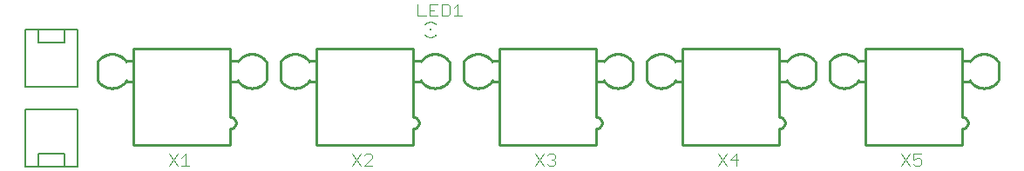
<source format=gto>
G75*
%MOIN*%
%OFA0B0*%
%FSLAX25Y25*%
%IPPOS*%
%LPD*%
%AMOC8*
5,1,8,0,0,1.08239X$1,22.5*
%
%ADD10C,0.00400*%
%ADD11R,0.00787X0.00787*%
%ADD12R,0.00591X0.00984*%
%ADD13C,0.00500*%
%ADD14C,0.01000*%
D10*
X0066456Y0036633D02*
X0069525Y0041237D01*
X0071060Y0039702D02*
X0072594Y0041237D01*
X0072594Y0036633D01*
X0071060Y0036633D02*
X0074129Y0036633D01*
X0069525Y0036633D02*
X0066456Y0041237D01*
X0136456Y0041237D02*
X0139525Y0036633D01*
X0141060Y0036633D02*
X0144129Y0039702D01*
X0144129Y0040470D01*
X0143362Y0041237D01*
X0141827Y0041237D01*
X0141060Y0040470D01*
X0139525Y0041237D02*
X0136456Y0036633D01*
X0141060Y0036633D02*
X0144129Y0036633D01*
X0206456Y0036633D02*
X0209525Y0041237D01*
X0211060Y0040470D02*
X0211827Y0041237D01*
X0213362Y0041237D01*
X0214129Y0040470D01*
X0214129Y0039702D01*
X0213362Y0038935D01*
X0214129Y0038168D01*
X0214129Y0037400D01*
X0213362Y0036633D01*
X0211827Y0036633D01*
X0211060Y0037400D01*
X0209525Y0036633D02*
X0206456Y0041237D01*
X0212594Y0038935D02*
X0213362Y0038935D01*
X0276456Y0036633D02*
X0279525Y0041237D01*
X0281060Y0038935D02*
X0283362Y0041237D01*
X0283362Y0036633D01*
X0279525Y0036633D02*
X0276456Y0041237D01*
X0281060Y0038935D02*
X0284129Y0038935D01*
X0346456Y0036633D02*
X0349525Y0041237D01*
X0351060Y0041237D02*
X0351060Y0038935D01*
X0352594Y0039702D01*
X0353362Y0039702D01*
X0354129Y0038935D01*
X0354129Y0037400D01*
X0353362Y0036633D01*
X0351827Y0036633D01*
X0351060Y0037400D01*
X0349525Y0036633D02*
X0346456Y0041237D01*
X0351060Y0041237D02*
X0354129Y0041237D01*
X0168421Y0090901D02*
X0168348Y0090978D01*
X0168273Y0091053D01*
X0168195Y0091124D01*
X0168114Y0091193D01*
X0168031Y0091259D01*
X0167946Y0091322D01*
X0167858Y0091381D01*
X0167769Y0091438D01*
X0167677Y0091491D01*
X0167583Y0091541D01*
X0167488Y0091587D01*
X0167391Y0091630D01*
X0167293Y0091669D01*
X0167193Y0091705D01*
X0167092Y0091737D01*
X0166990Y0091765D01*
X0166887Y0091790D01*
X0166783Y0091811D01*
X0166678Y0091828D01*
X0166573Y0091842D01*
X0166468Y0091851D01*
X0166362Y0091857D01*
X0166256Y0091859D01*
X0166150Y0091857D01*
X0166044Y0091851D01*
X0165939Y0091842D01*
X0165834Y0091828D01*
X0165729Y0091811D01*
X0165625Y0091790D01*
X0165522Y0091765D01*
X0165420Y0091737D01*
X0165319Y0091705D01*
X0165219Y0091669D01*
X0165121Y0091630D01*
X0165024Y0091587D01*
X0164929Y0091541D01*
X0164835Y0091491D01*
X0164743Y0091438D01*
X0164654Y0091381D01*
X0164566Y0091322D01*
X0164481Y0091259D01*
X0164398Y0091193D01*
X0164317Y0091124D01*
X0164239Y0091053D01*
X0164164Y0090978D01*
X0164091Y0090901D01*
X0164091Y0086965D02*
X0164164Y0086888D01*
X0164239Y0086813D01*
X0164317Y0086742D01*
X0164398Y0086673D01*
X0164481Y0086607D01*
X0164566Y0086544D01*
X0164654Y0086485D01*
X0164743Y0086428D01*
X0164835Y0086375D01*
X0164929Y0086325D01*
X0165024Y0086279D01*
X0165121Y0086236D01*
X0165219Y0086197D01*
X0165319Y0086161D01*
X0165420Y0086129D01*
X0165522Y0086101D01*
X0165625Y0086076D01*
X0165729Y0086055D01*
X0165834Y0086038D01*
X0165939Y0086024D01*
X0166044Y0086015D01*
X0166150Y0086009D01*
X0166256Y0086007D01*
X0166362Y0086009D01*
X0166468Y0086015D01*
X0166573Y0086024D01*
X0166678Y0086038D01*
X0166783Y0086055D01*
X0166887Y0086076D01*
X0166990Y0086101D01*
X0167092Y0086129D01*
X0167193Y0086161D01*
X0167293Y0086197D01*
X0167391Y0086236D01*
X0167488Y0086279D01*
X0167583Y0086325D01*
X0167677Y0086375D01*
X0167769Y0086428D01*
X0167858Y0086485D01*
X0167946Y0086544D01*
X0168031Y0086607D01*
X0168114Y0086673D01*
X0168195Y0086742D01*
X0168273Y0086813D01*
X0168348Y0086888D01*
X0168421Y0086965D01*
X0169129Y0094133D02*
X0166060Y0094133D01*
X0166060Y0098737D01*
X0169129Y0098737D01*
X0170664Y0098737D02*
X0172966Y0098737D01*
X0173733Y0097970D01*
X0173733Y0094900D01*
X0172966Y0094133D01*
X0170664Y0094133D01*
X0170664Y0098737D01*
X0175268Y0097202D02*
X0176802Y0098737D01*
X0176802Y0094133D01*
X0175268Y0094133D02*
X0178337Y0094133D01*
X0167594Y0096435D02*
X0166060Y0096435D01*
X0164525Y0094133D02*
X0161456Y0094133D01*
X0161456Y0098737D01*
D11*
X0166256Y0088933D03*
D12*
X0168323Y0086669D03*
D13*
X0016256Y0036433D02*
X0011256Y0036433D01*
X0011256Y0058433D01*
X0031256Y0058433D01*
X0031256Y0036433D01*
X0026256Y0036433D01*
X0026256Y0041433D01*
X0016256Y0041433D01*
X0016256Y0036433D01*
X0026256Y0036433D01*
X0031256Y0066933D02*
X0011256Y0066933D01*
X0011256Y0088933D01*
X0016256Y0088933D01*
X0016256Y0083933D01*
X0026256Y0083933D01*
X0026256Y0088933D01*
X0031256Y0088933D01*
X0031256Y0066933D01*
X0026256Y0088933D02*
X0016256Y0088933D01*
D14*
X0052752Y0081650D02*
X0052752Y0044642D01*
X0089760Y0044642D01*
X0089760Y0050941D01*
X0089852Y0050943D01*
X0089944Y0050949D01*
X0090035Y0050959D01*
X0090126Y0050972D01*
X0090216Y0050990D01*
X0090306Y0051011D01*
X0090394Y0051036D01*
X0090481Y0051065D01*
X0090567Y0051097D01*
X0090652Y0051133D01*
X0090735Y0051173D01*
X0090816Y0051216D01*
X0090895Y0051262D01*
X0090972Y0051312D01*
X0091047Y0051365D01*
X0091120Y0051422D01*
X0091190Y0051481D01*
X0091258Y0051543D01*
X0091323Y0051608D01*
X0091385Y0051676D01*
X0091444Y0051746D01*
X0091501Y0051819D01*
X0091554Y0051894D01*
X0091604Y0051971D01*
X0091650Y0052050D01*
X0091693Y0052131D01*
X0091733Y0052214D01*
X0091769Y0052299D01*
X0091801Y0052385D01*
X0091830Y0052472D01*
X0091855Y0052560D01*
X0091876Y0052650D01*
X0091894Y0052740D01*
X0091907Y0052831D01*
X0091917Y0052922D01*
X0091923Y0053014D01*
X0091925Y0053106D01*
X0091923Y0053198D01*
X0091917Y0053290D01*
X0091907Y0053381D01*
X0091894Y0053472D01*
X0091876Y0053562D01*
X0091855Y0053652D01*
X0091830Y0053740D01*
X0091801Y0053827D01*
X0091769Y0053913D01*
X0091733Y0053998D01*
X0091693Y0054081D01*
X0091650Y0054162D01*
X0091604Y0054241D01*
X0091554Y0054318D01*
X0091501Y0054393D01*
X0091444Y0054466D01*
X0091385Y0054536D01*
X0091323Y0054604D01*
X0091258Y0054669D01*
X0091190Y0054731D01*
X0091120Y0054790D01*
X0091047Y0054847D01*
X0090972Y0054900D01*
X0090895Y0054950D01*
X0090816Y0054996D01*
X0090735Y0055039D01*
X0090652Y0055079D01*
X0090567Y0055115D01*
X0090481Y0055147D01*
X0090394Y0055176D01*
X0090306Y0055201D01*
X0090216Y0055222D01*
X0090126Y0055240D01*
X0090035Y0055253D01*
X0089944Y0055263D01*
X0089852Y0055269D01*
X0089760Y0055271D01*
X0089760Y0055272D02*
X0089760Y0081650D01*
X0052752Y0081650D01*
X0052358Y0076925D02*
X0049602Y0076925D01*
X0038972Y0076531D02*
X0038972Y0069445D01*
X0049602Y0069051D02*
X0052358Y0069051D01*
X0049995Y0069445D02*
X0049907Y0069312D01*
X0049816Y0069181D01*
X0049722Y0069052D01*
X0049624Y0068925D01*
X0049524Y0068801D01*
X0049420Y0068680D01*
X0049314Y0068561D01*
X0049204Y0068444D01*
X0049092Y0068330D01*
X0048977Y0068219D01*
X0048860Y0068111D01*
X0048740Y0068006D01*
X0048617Y0067904D01*
X0048492Y0067805D01*
X0048364Y0067709D01*
X0048234Y0067616D01*
X0048102Y0067526D01*
X0047968Y0067439D01*
X0047832Y0067356D01*
X0047693Y0067276D01*
X0047553Y0067199D01*
X0047411Y0067126D01*
X0047268Y0067057D01*
X0047122Y0066991D01*
X0046975Y0066928D01*
X0046827Y0066869D01*
X0046677Y0066814D01*
X0046526Y0066762D01*
X0046373Y0066714D01*
X0046220Y0066670D01*
X0046065Y0066630D01*
X0045910Y0066593D01*
X0045754Y0066560D01*
X0045597Y0066531D01*
X0045439Y0066506D01*
X0045281Y0066485D01*
X0045122Y0066467D01*
X0044963Y0066454D01*
X0044803Y0066444D01*
X0044644Y0066438D01*
X0044484Y0066436D01*
X0044324Y0066438D01*
X0044165Y0066444D01*
X0044005Y0066454D01*
X0043846Y0066467D01*
X0043687Y0066485D01*
X0043529Y0066506D01*
X0043371Y0066531D01*
X0043214Y0066560D01*
X0043058Y0066593D01*
X0042903Y0066630D01*
X0042748Y0066670D01*
X0042595Y0066714D01*
X0042442Y0066762D01*
X0042291Y0066814D01*
X0042141Y0066869D01*
X0041993Y0066928D01*
X0041846Y0066991D01*
X0041700Y0067057D01*
X0041557Y0067126D01*
X0041415Y0067199D01*
X0041275Y0067276D01*
X0041136Y0067356D01*
X0041000Y0067439D01*
X0040866Y0067526D01*
X0040734Y0067616D01*
X0040604Y0067709D01*
X0040476Y0067805D01*
X0040351Y0067904D01*
X0040228Y0068006D01*
X0040108Y0068111D01*
X0039991Y0068219D01*
X0039876Y0068330D01*
X0039764Y0068444D01*
X0039654Y0068561D01*
X0039548Y0068680D01*
X0039444Y0068801D01*
X0039344Y0068925D01*
X0039246Y0069052D01*
X0039152Y0069181D01*
X0039061Y0069312D01*
X0038973Y0069445D01*
X0038973Y0076531D02*
X0039061Y0076664D01*
X0039152Y0076795D01*
X0039246Y0076924D01*
X0039344Y0077051D01*
X0039444Y0077175D01*
X0039548Y0077296D01*
X0039654Y0077415D01*
X0039764Y0077532D01*
X0039876Y0077646D01*
X0039991Y0077757D01*
X0040108Y0077865D01*
X0040228Y0077970D01*
X0040351Y0078072D01*
X0040476Y0078171D01*
X0040604Y0078267D01*
X0040734Y0078360D01*
X0040866Y0078450D01*
X0041000Y0078537D01*
X0041136Y0078620D01*
X0041275Y0078700D01*
X0041415Y0078777D01*
X0041557Y0078850D01*
X0041700Y0078919D01*
X0041846Y0078985D01*
X0041993Y0079048D01*
X0042141Y0079107D01*
X0042291Y0079162D01*
X0042442Y0079214D01*
X0042595Y0079262D01*
X0042748Y0079306D01*
X0042903Y0079346D01*
X0043058Y0079383D01*
X0043214Y0079416D01*
X0043371Y0079445D01*
X0043529Y0079470D01*
X0043687Y0079491D01*
X0043846Y0079509D01*
X0044005Y0079522D01*
X0044165Y0079532D01*
X0044324Y0079538D01*
X0044484Y0079540D01*
X0044644Y0079538D01*
X0044803Y0079532D01*
X0044963Y0079522D01*
X0045122Y0079509D01*
X0045281Y0079491D01*
X0045439Y0079470D01*
X0045597Y0079445D01*
X0045754Y0079416D01*
X0045910Y0079383D01*
X0046065Y0079346D01*
X0046220Y0079306D01*
X0046373Y0079262D01*
X0046526Y0079214D01*
X0046677Y0079162D01*
X0046827Y0079107D01*
X0046975Y0079048D01*
X0047122Y0078985D01*
X0047268Y0078919D01*
X0047411Y0078850D01*
X0047553Y0078777D01*
X0047693Y0078700D01*
X0047832Y0078620D01*
X0047968Y0078537D01*
X0048102Y0078450D01*
X0048234Y0078360D01*
X0048364Y0078267D01*
X0048492Y0078171D01*
X0048617Y0078072D01*
X0048740Y0077970D01*
X0048860Y0077865D01*
X0048977Y0077757D01*
X0049092Y0077646D01*
X0049204Y0077532D01*
X0049314Y0077415D01*
X0049420Y0077296D01*
X0049524Y0077175D01*
X0049624Y0077051D01*
X0049722Y0076924D01*
X0049816Y0076795D01*
X0049907Y0076664D01*
X0049995Y0076531D01*
X0090154Y0076925D02*
X0092909Y0076925D01*
X0103539Y0076531D02*
X0103539Y0069445D01*
X0108972Y0069445D02*
X0108972Y0076531D01*
X0108973Y0069445D02*
X0109061Y0069312D01*
X0109152Y0069181D01*
X0109246Y0069052D01*
X0109344Y0068925D01*
X0109444Y0068801D01*
X0109548Y0068680D01*
X0109654Y0068561D01*
X0109764Y0068444D01*
X0109876Y0068330D01*
X0109991Y0068219D01*
X0110108Y0068111D01*
X0110228Y0068006D01*
X0110351Y0067904D01*
X0110476Y0067805D01*
X0110604Y0067709D01*
X0110734Y0067616D01*
X0110866Y0067526D01*
X0111000Y0067439D01*
X0111136Y0067356D01*
X0111275Y0067276D01*
X0111415Y0067199D01*
X0111557Y0067126D01*
X0111700Y0067057D01*
X0111846Y0066991D01*
X0111993Y0066928D01*
X0112141Y0066869D01*
X0112291Y0066814D01*
X0112442Y0066762D01*
X0112595Y0066714D01*
X0112748Y0066670D01*
X0112903Y0066630D01*
X0113058Y0066593D01*
X0113214Y0066560D01*
X0113371Y0066531D01*
X0113529Y0066506D01*
X0113687Y0066485D01*
X0113846Y0066467D01*
X0114005Y0066454D01*
X0114165Y0066444D01*
X0114324Y0066438D01*
X0114484Y0066436D01*
X0114644Y0066438D01*
X0114803Y0066444D01*
X0114963Y0066454D01*
X0115122Y0066467D01*
X0115281Y0066485D01*
X0115439Y0066506D01*
X0115597Y0066531D01*
X0115754Y0066560D01*
X0115910Y0066593D01*
X0116065Y0066630D01*
X0116220Y0066670D01*
X0116373Y0066714D01*
X0116526Y0066762D01*
X0116677Y0066814D01*
X0116827Y0066869D01*
X0116975Y0066928D01*
X0117122Y0066991D01*
X0117268Y0067057D01*
X0117411Y0067126D01*
X0117553Y0067199D01*
X0117693Y0067276D01*
X0117832Y0067356D01*
X0117968Y0067439D01*
X0118102Y0067526D01*
X0118234Y0067616D01*
X0118364Y0067709D01*
X0118492Y0067805D01*
X0118617Y0067904D01*
X0118740Y0068006D01*
X0118860Y0068111D01*
X0118977Y0068219D01*
X0119092Y0068330D01*
X0119204Y0068444D01*
X0119314Y0068561D01*
X0119420Y0068680D01*
X0119524Y0068801D01*
X0119624Y0068925D01*
X0119722Y0069052D01*
X0119816Y0069181D01*
X0119907Y0069312D01*
X0119995Y0069445D01*
X0119602Y0069051D02*
X0122358Y0069051D01*
X0119995Y0076531D02*
X0119907Y0076664D01*
X0119816Y0076795D01*
X0119722Y0076924D01*
X0119624Y0077051D01*
X0119524Y0077175D01*
X0119420Y0077296D01*
X0119314Y0077415D01*
X0119204Y0077532D01*
X0119092Y0077646D01*
X0118977Y0077757D01*
X0118860Y0077865D01*
X0118740Y0077970D01*
X0118617Y0078072D01*
X0118492Y0078171D01*
X0118364Y0078267D01*
X0118234Y0078360D01*
X0118102Y0078450D01*
X0117968Y0078537D01*
X0117832Y0078620D01*
X0117693Y0078700D01*
X0117553Y0078777D01*
X0117411Y0078850D01*
X0117268Y0078919D01*
X0117122Y0078985D01*
X0116975Y0079048D01*
X0116827Y0079107D01*
X0116677Y0079162D01*
X0116526Y0079214D01*
X0116373Y0079262D01*
X0116220Y0079306D01*
X0116065Y0079346D01*
X0115910Y0079383D01*
X0115754Y0079416D01*
X0115597Y0079445D01*
X0115439Y0079470D01*
X0115281Y0079491D01*
X0115122Y0079509D01*
X0114963Y0079522D01*
X0114803Y0079532D01*
X0114644Y0079538D01*
X0114484Y0079540D01*
X0114324Y0079538D01*
X0114165Y0079532D01*
X0114005Y0079522D01*
X0113846Y0079509D01*
X0113687Y0079491D01*
X0113529Y0079470D01*
X0113371Y0079445D01*
X0113214Y0079416D01*
X0113058Y0079383D01*
X0112903Y0079346D01*
X0112748Y0079306D01*
X0112595Y0079262D01*
X0112442Y0079214D01*
X0112291Y0079162D01*
X0112141Y0079107D01*
X0111993Y0079048D01*
X0111846Y0078985D01*
X0111700Y0078919D01*
X0111557Y0078850D01*
X0111415Y0078777D01*
X0111275Y0078700D01*
X0111136Y0078620D01*
X0111000Y0078537D01*
X0110866Y0078450D01*
X0110734Y0078360D01*
X0110604Y0078267D01*
X0110476Y0078171D01*
X0110351Y0078072D01*
X0110228Y0077970D01*
X0110108Y0077865D01*
X0109991Y0077757D01*
X0109876Y0077646D01*
X0109764Y0077532D01*
X0109654Y0077415D01*
X0109548Y0077296D01*
X0109444Y0077175D01*
X0109344Y0077051D01*
X0109246Y0076924D01*
X0109152Y0076795D01*
X0109061Y0076664D01*
X0108973Y0076531D01*
X0119602Y0076925D02*
X0122358Y0076925D01*
X0122752Y0081650D02*
X0122752Y0044642D01*
X0159760Y0044642D01*
X0159760Y0050941D01*
X0159852Y0050943D01*
X0159944Y0050949D01*
X0160035Y0050959D01*
X0160126Y0050972D01*
X0160216Y0050990D01*
X0160306Y0051011D01*
X0160394Y0051036D01*
X0160481Y0051065D01*
X0160567Y0051097D01*
X0160652Y0051133D01*
X0160735Y0051173D01*
X0160816Y0051216D01*
X0160895Y0051262D01*
X0160972Y0051312D01*
X0161047Y0051365D01*
X0161120Y0051422D01*
X0161190Y0051481D01*
X0161258Y0051543D01*
X0161323Y0051608D01*
X0161385Y0051676D01*
X0161444Y0051746D01*
X0161501Y0051819D01*
X0161554Y0051894D01*
X0161604Y0051971D01*
X0161650Y0052050D01*
X0161693Y0052131D01*
X0161733Y0052214D01*
X0161769Y0052299D01*
X0161801Y0052385D01*
X0161830Y0052472D01*
X0161855Y0052560D01*
X0161876Y0052650D01*
X0161894Y0052740D01*
X0161907Y0052831D01*
X0161917Y0052922D01*
X0161923Y0053014D01*
X0161925Y0053106D01*
X0161923Y0053198D01*
X0161917Y0053290D01*
X0161907Y0053381D01*
X0161894Y0053472D01*
X0161876Y0053562D01*
X0161855Y0053652D01*
X0161830Y0053740D01*
X0161801Y0053827D01*
X0161769Y0053913D01*
X0161733Y0053998D01*
X0161693Y0054081D01*
X0161650Y0054162D01*
X0161604Y0054241D01*
X0161554Y0054318D01*
X0161501Y0054393D01*
X0161444Y0054466D01*
X0161385Y0054536D01*
X0161323Y0054604D01*
X0161258Y0054669D01*
X0161190Y0054731D01*
X0161120Y0054790D01*
X0161047Y0054847D01*
X0160972Y0054900D01*
X0160895Y0054950D01*
X0160816Y0054996D01*
X0160735Y0055039D01*
X0160652Y0055079D01*
X0160567Y0055115D01*
X0160481Y0055147D01*
X0160394Y0055176D01*
X0160306Y0055201D01*
X0160216Y0055222D01*
X0160126Y0055240D01*
X0160035Y0055253D01*
X0159944Y0055263D01*
X0159852Y0055269D01*
X0159760Y0055271D01*
X0159760Y0055272D02*
X0159760Y0081650D01*
X0122752Y0081650D01*
X0103539Y0069445D02*
X0103451Y0069312D01*
X0103360Y0069181D01*
X0103266Y0069052D01*
X0103168Y0068925D01*
X0103068Y0068801D01*
X0102964Y0068680D01*
X0102858Y0068561D01*
X0102748Y0068444D01*
X0102636Y0068330D01*
X0102521Y0068219D01*
X0102404Y0068111D01*
X0102284Y0068006D01*
X0102161Y0067904D01*
X0102036Y0067805D01*
X0101908Y0067709D01*
X0101778Y0067616D01*
X0101646Y0067526D01*
X0101512Y0067439D01*
X0101376Y0067356D01*
X0101237Y0067276D01*
X0101097Y0067199D01*
X0100955Y0067126D01*
X0100812Y0067057D01*
X0100666Y0066991D01*
X0100519Y0066928D01*
X0100371Y0066869D01*
X0100221Y0066814D01*
X0100070Y0066762D01*
X0099917Y0066714D01*
X0099764Y0066670D01*
X0099609Y0066630D01*
X0099454Y0066593D01*
X0099298Y0066560D01*
X0099141Y0066531D01*
X0098983Y0066506D01*
X0098825Y0066485D01*
X0098666Y0066467D01*
X0098507Y0066454D01*
X0098347Y0066444D01*
X0098188Y0066438D01*
X0098028Y0066436D01*
X0097868Y0066438D01*
X0097709Y0066444D01*
X0097549Y0066454D01*
X0097390Y0066467D01*
X0097231Y0066485D01*
X0097073Y0066506D01*
X0096915Y0066531D01*
X0096758Y0066560D01*
X0096602Y0066593D01*
X0096447Y0066630D01*
X0096292Y0066670D01*
X0096139Y0066714D01*
X0095986Y0066762D01*
X0095835Y0066814D01*
X0095685Y0066869D01*
X0095537Y0066928D01*
X0095390Y0066991D01*
X0095244Y0067057D01*
X0095101Y0067126D01*
X0094959Y0067199D01*
X0094819Y0067276D01*
X0094680Y0067356D01*
X0094544Y0067439D01*
X0094410Y0067526D01*
X0094278Y0067616D01*
X0094148Y0067709D01*
X0094020Y0067805D01*
X0093895Y0067904D01*
X0093772Y0068006D01*
X0093652Y0068111D01*
X0093535Y0068219D01*
X0093420Y0068330D01*
X0093308Y0068444D01*
X0093198Y0068561D01*
X0093092Y0068680D01*
X0092988Y0068801D01*
X0092888Y0068925D01*
X0092790Y0069052D01*
X0092696Y0069181D01*
X0092605Y0069312D01*
X0092517Y0069445D01*
X0092909Y0069051D02*
X0090154Y0069051D01*
X0092517Y0076531D02*
X0092605Y0076664D01*
X0092696Y0076795D01*
X0092790Y0076924D01*
X0092888Y0077051D01*
X0092988Y0077175D01*
X0093092Y0077296D01*
X0093198Y0077415D01*
X0093308Y0077532D01*
X0093420Y0077646D01*
X0093535Y0077757D01*
X0093652Y0077865D01*
X0093772Y0077970D01*
X0093895Y0078072D01*
X0094020Y0078171D01*
X0094148Y0078267D01*
X0094278Y0078360D01*
X0094410Y0078450D01*
X0094544Y0078537D01*
X0094680Y0078620D01*
X0094819Y0078700D01*
X0094959Y0078777D01*
X0095101Y0078850D01*
X0095244Y0078919D01*
X0095390Y0078985D01*
X0095537Y0079048D01*
X0095685Y0079107D01*
X0095835Y0079162D01*
X0095986Y0079214D01*
X0096139Y0079262D01*
X0096292Y0079306D01*
X0096447Y0079346D01*
X0096602Y0079383D01*
X0096758Y0079416D01*
X0096915Y0079445D01*
X0097073Y0079470D01*
X0097231Y0079491D01*
X0097390Y0079509D01*
X0097549Y0079522D01*
X0097709Y0079532D01*
X0097868Y0079538D01*
X0098028Y0079540D01*
X0098188Y0079538D01*
X0098347Y0079532D01*
X0098507Y0079522D01*
X0098666Y0079509D01*
X0098825Y0079491D01*
X0098983Y0079470D01*
X0099141Y0079445D01*
X0099298Y0079416D01*
X0099454Y0079383D01*
X0099609Y0079346D01*
X0099764Y0079306D01*
X0099917Y0079262D01*
X0100070Y0079214D01*
X0100221Y0079162D01*
X0100371Y0079107D01*
X0100519Y0079048D01*
X0100666Y0078985D01*
X0100812Y0078919D01*
X0100955Y0078850D01*
X0101097Y0078777D01*
X0101237Y0078700D01*
X0101376Y0078620D01*
X0101512Y0078537D01*
X0101646Y0078450D01*
X0101778Y0078360D01*
X0101908Y0078267D01*
X0102036Y0078171D01*
X0102161Y0078072D01*
X0102284Y0077970D01*
X0102404Y0077865D01*
X0102521Y0077757D01*
X0102636Y0077646D01*
X0102748Y0077532D01*
X0102858Y0077415D01*
X0102964Y0077296D01*
X0103068Y0077175D01*
X0103168Y0077051D01*
X0103266Y0076924D01*
X0103360Y0076795D01*
X0103451Y0076664D01*
X0103539Y0076531D01*
X0160154Y0076925D02*
X0162909Y0076925D01*
X0162517Y0069445D02*
X0162605Y0069312D01*
X0162696Y0069181D01*
X0162790Y0069052D01*
X0162888Y0068925D01*
X0162988Y0068801D01*
X0163092Y0068680D01*
X0163198Y0068561D01*
X0163308Y0068444D01*
X0163420Y0068330D01*
X0163535Y0068219D01*
X0163652Y0068111D01*
X0163772Y0068006D01*
X0163895Y0067904D01*
X0164020Y0067805D01*
X0164148Y0067709D01*
X0164278Y0067616D01*
X0164410Y0067526D01*
X0164544Y0067439D01*
X0164680Y0067356D01*
X0164819Y0067276D01*
X0164959Y0067199D01*
X0165101Y0067126D01*
X0165244Y0067057D01*
X0165390Y0066991D01*
X0165537Y0066928D01*
X0165685Y0066869D01*
X0165835Y0066814D01*
X0165986Y0066762D01*
X0166139Y0066714D01*
X0166292Y0066670D01*
X0166447Y0066630D01*
X0166602Y0066593D01*
X0166758Y0066560D01*
X0166915Y0066531D01*
X0167073Y0066506D01*
X0167231Y0066485D01*
X0167390Y0066467D01*
X0167549Y0066454D01*
X0167709Y0066444D01*
X0167868Y0066438D01*
X0168028Y0066436D01*
X0168188Y0066438D01*
X0168347Y0066444D01*
X0168507Y0066454D01*
X0168666Y0066467D01*
X0168825Y0066485D01*
X0168983Y0066506D01*
X0169141Y0066531D01*
X0169298Y0066560D01*
X0169454Y0066593D01*
X0169609Y0066630D01*
X0169764Y0066670D01*
X0169917Y0066714D01*
X0170070Y0066762D01*
X0170221Y0066814D01*
X0170371Y0066869D01*
X0170519Y0066928D01*
X0170666Y0066991D01*
X0170812Y0067057D01*
X0170955Y0067126D01*
X0171097Y0067199D01*
X0171237Y0067276D01*
X0171376Y0067356D01*
X0171512Y0067439D01*
X0171646Y0067526D01*
X0171778Y0067616D01*
X0171908Y0067709D01*
X0172036Y0067805D01*
X0172161Y0067904D01*
X0172284Y0068006D01*
X0172404Y0068111D01*
X0172521Y0068219D01*
X0172636Y0068330D01*
X0172748Y0068444D01*
X0172858Y0068561D01*
X0172964Y0068680D01*
X0173068Y0068801D01*
X0173168Y0068925D01*
X0173266Y0069052D01*
X0173360Y0069181D01*
X0173451Y0069312D01*
X0173539Y0069445D01*
X0173539Y0076531D01*
X0178972Y0076531D02*
X0178972Y0069445D01*
X0189602Y0069051D02*
X0192358Y0069051D01*
X0189995Y0069445D02*
X0189907Y0069312D01*
X0189816Y0069181D01*
X0189722Y0069052D01*
X0189624Y0068925D01*
X0189524Y0068801D01*
X0189420Y0068680D01*
X0189314Y0068561D01*
X0189204Y0068444D01*
X0189092Y0068330D01*
X0188977Y0068219D01*
X0188860Y0068111D01*
X0188740Y0068006D01*
X0188617Y0067904D01*
X0188492Y0067805D01*
X0188364Y0067709D01*
X0188234Y0067616D01*
X0188102Y0067526D01*
X0187968Y0067439D01*
X0187832Y0067356D01*
X0187693Y0067276D01*
X0187553Y0067199D01*
X0187411Y0067126D01*
X0187268Y0067057D01*
X0187122Y0066991D01*
X0186975Y0066928D01*
X0186827Y0066869D01*
X0186677Y0066814D01*
X0186526Y0066762D01*
X0186373Y0066714D01*
X0186220Y0066670D01*
X0186065Y0066630D01*
X0185910Y0066593D01*
X0185754Y0066560D01*
X0185597Y0066531D01*
X0185439Y0066506D01*
X0185281Y0066485D01*
X0185122Y0066467D01*
X0184963Y0066454D01*
X0184803Y0066444D01*
X0184644Y0066438D01*
X0184484Y0066436D01*
X0184324Y0066438D01*
X0184165Y0066444D01*
X0184005Y0066454D01*
X0183846Y0066467D01*
X0183687Y0066485D01*
X0183529Y0066506D01*
X0183371Y0066531D01*
X0183214Y0066560D01*
X0183058Y0066593D01*
X0182903Y0066630D01*
X0182748Y0066670D01*
X0182595Y0066714D01*
X0182442Y0066762D01*
X0182291Y0066814D01*
X0182141Y0066869D01*
X0181993Y0066928D01*
X0181846Y0066991D01*
X0181700Y0067057D01*
X0181557Y0067126D01*
X0181415Y0067199D01*
X0181275Y0067276D01*
X0181136Y0067356D01*
X0181000Y0067439D01*
X0180866Y0067526D01*
X0180734Y0067616D01*
X0180604Y0067709D01*
X0180476Y0067805D01*
X0180351Y0067904D01*
X0180228Y0068006D01*
X0180108Y0068111D01*
X0179991Y0068219D01*
X0179876Y0068330D01*
X0179764Y0068444D01*
X0179654Y0068561D01*
X0179548Y0068680D01*
X0179444Y0068801D01*
X0179344Y0068925D01*
X0179246Y0069052D01*
X0179152Y0069181D01*
X0179061Y0069312D01*
X0178973Y0069445D01*
X0178973Y0076531D02*
X0179061Y0076664D01*
X0179152Y0076795D01*
X0179246Y0076924D01*
X0179344Y0077051D01*
X0179444Y0077175D01*
X0179548Y0077296D01*
X0179654Y0077415D01*
X0179764Y0077532D01*
X0179876Y0077646D01*
X0179991Y0077757D01*
X0180108Y0077865D01*
X0180228Y0077970D01*
X0180351Y0078072D01*
X0180476Y0078171D01*
X0180604Y0078267D01*
X0180734Y0078360D01*
X0180866Y0078450D01*
X0181000Y0078537D01*
X0181136Y0078620D01*
X0181275Y0078700D01*
X0181415Y0078777D01*
X0181557Y0078850D01*
X0181700Y0078919D01*
X0181846Y0078985D01*
X0181993Y0079048D01*
X0182141Y0079107D01*
X0182291Y0079162D01*
X0182442Y0079214D01*
X0182595Y0079262D01*
X0182748Y0079306D01*
X0182903Y0079346D01*
X0183058Y0079383D01*
X0183214Y0079416D01*
X0183371Y0079445D01*
X0183529Y0079470D01*
X0183687Y0079491D01*
X0183846Y0079509D01*
X0184005Y0079522D01*
X0184165Y0079532D01*
X0184324Y0079538D01*
X0184484Y0079540D01*
X0184644Y0079538D01*
X0184803Y0079532D01*
X0184963Y0079522D01*
X0185122Y0079509D01*
X0185281Y0079491D01*
X0185439Y0079470D01*
X0185597Y0079445D01*
X0185754Y0079416D01*
X0185910Y0079383D01*
X0186065Y0079346D01*
X0186220Y0079306D01*
X0186373Y0079262D01*
X0186526Y0079214D01*
X0186677Y0079162D01*
X0186827Y0079107D01*
X0186975Y0079048D01*
X0187122Y0078985D01*
X0187268Y0078919D01*
X0187411Y0078850D01*
X0187553Y0078777D01*
X0187693Y0078700D01*
X0187832Y0078620D01*
X0187968Y0078537D01*
X0188102Y0078450D01*
X0188234Y0078360D01*
X0188364Y0078267D01*
X0188492Y0078171D01*
X0188617Y0078072D01*
X0188740Y0077970D01*
X0188860Y0077865D01*
X0188977Y0077757D01*
X0189092Y0077646D01*
X0189204Y0077532D01*
X0189314Y0077415D01*
X0189420Y0077296D01*
X0189524Y0077175D01*
X0189624Y0077051D01*
X0189722Y0076924D01*
X0189816Y0076795D01*
X0189907Y0076664D01*
X0189995Y0076531D01*
X0189602Y0076925D02*
X0192358Y0076925D01*
X0192752Y0081650D02*
X0192752Y0044642D01*
X0229760Y0044642D01*
X0229760Y0050941D01*
X0229852Y0050943D01*
X0229944Y0050949D01*
X0230035Y0050959D01*
X0230126Y0050972D01*
X0230216Y0050990D01*
X0230306Y0051011D01*
X0230394Y0051036D01*
X0230481Y0051065D01*
X0230567Y0051097D01*
X0230652Y0051133D01*
X0230735Y0051173D01*
X0230816Y0051216D01*
X0230895Y0051262D01*
X0230972Y0051312D01*
X0231047Y0051365D01*
X0231120Y0051422D01*
X0231190Y0051481D01*
X0231258Y0051543D01*
X0231323Y0051608D01*
X0231385Y0051676D01*
X0231444Y0051746D01*
X0231501Y0051819D01*
X0231554Y0051894D01*
X0231604Y0051971D01*
X0231650Y0052050D01*
X0231693Y0052131D01*
X0231733Y0052214D01*
X0231769Y0052299D01*
X0231801Y0052385D01*
X0231830Y0052472D01*
X0231855Y0052560D01*
X0231876Y0052650D01*
X0231894Y0052740D01*
X0231907Y0052831D01*
X0231917Y0052922D01*
X0231923Y0053014D01*
X0231925Y0053106D01*
X0231923Y0053198D01*
X0231917Y0053290D01*
X0231907Y0053381D01*
X0231894Y0053472D01*
X0231876Y0053562D01*
X0231855Y0053652D01*
X0231830Y0053740D01*
X0231801Y0053827D01*
X0231769Y0053913D01*
X0231733Y0053998D01*
X0231693Y0054081D01*
X0231650Y0054162D01*
X0231604Y0054241D01*
X0231554Y0054318D01*
X0231501Y0054393D01*
X0231444Y0054466D01*
X0231385Y0054536D01*
X0231323Y0054604D01*
X0231258Y0054669D01*
X0231190Y0054731D01*
X0231120Y0054790D01*
X0231047Y0054847D01*
X0230972Y0054900D01*
X0230895Y0054950D01*
X0230816Y0054996D01*
X0230735Y0055039D01*
X0230652Y0055079D01*
X0230567Y0055115D01*
X0230481Y0055147D01*
X0230394Y0055176D01*
X0230306Y0055201D01*
X0230216Y0055222D01*
X0230126Y0055240D01*
X0230035Y0055253D01*
X0229944Y0055263D01*
X0229852Y0055269D01*
X0229760Y0055271D01*
X0229760Y0055272D02*
X0229760Y0081650D01*
X0192752Y0081650D01*
X0173539Y0076531D02*
X0173451Y0076664D01*
X0173360Y0076795D01*
X0173266Y0076924D01*
X0173168Y0077051D01*
X0173068Y0077175D01*
X0172964Y0077296D01*
X0172858Y0077415D01*
X0172748Y0077532D01*
X0172636Y0077646D01*
X0172521Y0077757D01*
X0172404Y0077865D01*
X0172284Y0077970D01*
X0172161Y0078072D01*
X0172036Y0078171D01*
X0171908Y0078267D01*
X0171778Y0078360D01*
X0171646Y0078450D01*
X0171512Y0078537D01*
X0171376Y0078620D01*
X0171237Y0078700D01*
X0171097Y0078777D01*
X0170955Y0078850D01*
X0170812Y0078919D01*
X0170666Y0078985D01*
X0170519Y0079048D01*
X0170371Y0079107D01*
X0170221Y0079162D01*
X0170070Y0079214D01*
X0169917Y0079262D01*
X0169764Y0079306D01*
X0169609Y0079346D01*
X0169454Y0079383D01*
X0169298Y0079416D01*
X0169141Y0079445D01*
X0168983Y0079470D01*
X0168825Y0079491D01*
X0168666Y0079509D01*
X0168507Y0079522D01*
X0168347Y0079532D01*
X0168188Y0079538D01*
X0168028Y0079540D01*
X0167868Y0079538D01*
X0167709Y0079532D01*
X0167549Y0079522D01*
X0167390Y0079509D01*
X0167231Y0079491D01*
X0167073Y0079470D01*
X0166915Y0079445D01*
X0166758Y0079416D01*
X0166602Y0079383D01*
X0166447Y0079346D01*
X0166292Y0079306D01*
X0166139Y0079262D01*
X0165986Y0079214D01*
X0165835Y0079162D01*
X0165685Y0079107D01*
X0165537Y0079048D01*
X0165390Y0078985D01*
X0165244Y0078919D01*
X0165101Y0078850D01*
X0164959Y0078777D01*
X0164819Y0078700D01*
X0164680Y0078620D01*
X0164544Y0078537D01*
X0164410Y0078450D01*
X0164278Y0078360D01*
X0164148Y0078267D01*
X0164020Y0078171D01*
X0163895Y0078072D01*
X0163772Y0077970D01*
X0163652Y0077865D01*
X0163535Y0077757D01*
X0163420Y0077646D01*
X0163308Y0077532D01*
X0163198Y0077415D01*
X0163092Y0077296D01*
X0162988Y0077175D01*
X0162888Y0077051D01*
X0162790Y0076924D01*
X0162696Y0076795D01*
X0162605Y0076664D01*
X0162517Y0076531D01*
X0162909Y0069051D02*
X0160154Y0069051D01*
X0230154Y0069051D02*
X0232909Y0069051D01*
X0243539Y0069445D02*
X0243539Y0076531D01*
X0248972Y0076531D02*
X0248972Y0069445D01*
X0259602Y0069051D02*
X0262358Y0069051D01*
X0259995Y0069445D02*
X0259907Y0069312D01*
X0259816Y0069181D01*
X0259722Y0069052D01*
X0259624Y0068925D01*
X0259524Y0068801D01*
X0259420Y0068680D01*
X0259314Y0068561D01*
X0259204Y0068444D01*
X0259092Y0068330D01*
X0258977Y0068219D01*
X0258860Y0068111D01*
X0258740Y0068006D01*
X0258617Y0067904D01*
X0258492Y0067805D01*
X0258364Y0067709D01*
X0258234Y0067616D01*
X0258102Y0067526D01*
X0257968Y0067439D01*
X0257832Y0067356D01*
X0257693Y0067276D01*
X0257553Y0067199D01*
X0257411Y0067126D01*
X0257268Y0067057D01*
X0257122Y0066991D01*
X0256975Y0066928D01*
X0256827Y0066869D01*
X0256677Y0066814D01*
X0256526Y0066762D01*
X0256373Y0066714D01*
X0256220Y0066670D01*
X0256065Y0066630D01*
X0255910Y0066593D01*
X0255754Y0066560D01*
X0255597Y0066531D01*
X0255439Y0066506D01*
X0255281Y0066485D01*
X0255122Y0066467D01*
X0254963Y0066454D01*
X0254803Y0066444D01*
X0254644Y0066438D01*
X0254484Y0066436D01*
X0254324Y0066438D01*
X0254165Y0066444D01*
X0254005Y0066454D01*
X0253846Y0066467D01*
X0253687Y0066485D01*
X0253529Y0066506D01*
X0253371Y0066531D01*
X0253214Y0066560D01*
X0253058Y0066593D01*
X0252903Y0066630D01*
X0252748Y0066670D01*
X0252595Y0066714D01*
X0252442Y0066762D01*
X0252291Y0066814D01*
X0252141Y0066869D01*
X0251993Y0066928D01*
X0251846Y0066991D01*
X0251700Y0067057D01*
X0251557Y0067126D01*
X0251415Y0067199D01*
X0251275Y0067276D01*
X0251136Y0067356D01*
X0251000Y0067439D01*
X0250866Y0067526D01*
X0250734Y0067616D01*
X0250604Y0067709D01*
X0250476Y0067805D01*
X0250351Y0067904D01*
X0250228Y0068006D01*
X0250108Y0068111D01*
X0249991Y0068219D01*
X0249876Y0068330D01*
X0249764Y0068444D01*
X0249654Y0068561D01*
X0249548Y0068680D01*
X0249444Y0068801D01*
X0249344Y0068925D01*
X0249246Y0069052D01*
X0249152Y0069181D01*
X0249061Y0069312D01*
X0248973Y0069445D01*
X0248973Y0076531D02*
X0249061Y0076664D01*
X0249152Y0076795D01*
X0249246Y0076924D01*
X0249344Y0077051D01*
X0249444Y0077175D01*
X0249548Y0077296D01*
X0249654Y0077415D01*
X0249764Y0077532D01*
X0249876Y0077646D01*
X0249991Y0077757D01*
X0250108Y0077865D01*
X0250228Y0077970D01*
X0250351Y0078072D01*
X0250476Y0078171D01*
X0250604Y0078267D01*
X0250734Y0078360D01*
X0250866Y0078450D01*
X0251000Y0078537D01*
X0251136Y0078620D01*
X0251275Y0078700D01*
X0251415Y0078777D01*
X0251557Y0078850D01*
X0251700Y0078919D01*
X0251846Y0078985D01*
X0251993Y0079048D01*
X0252141Y0079107D01*
X0252291Y0079162D01*
X0252442Y0079214D01*
X0252595Y0079262D01*
X0252748Y0079306D01*
X0252903Y0079346D01*
X0253058Y0079383D01*
X0253214Y0079416D01*
X0253371Y0079445D01*
X0253529Y0079470D01*
X0253687Y0079491D01*
X0253846Y0079509D01*
X0254005Y0079522D01*
X0254165Y0079532D01*
X0254324Y0079538D01*
X0254484Y0079540D01*
X0254644Y0079538D01*
X0254803Y0079532D01*
X0254963Y0079522D01*
X0255122Y0079509D01*
X0255281Y0079491D01*
X0255439Y0079470D01*
X0255597Y0079445D01*
X0255754Y0079416D01*
X0255910Y0079383D01*
X0256065Y0079346D01*
X0256220Y0079306D01*
X0256373Y0079262D01*
X0256526Y0079214D01*
X0256677Y0079162D01*
X0256827Y0079107D01*
X0256975Y0079048D01*
X0257122Y0078985D01*
X0257268Y0078919D01*
X0257411Y0078850D01*
X0257553Y0078777D01*
X0257693Y0078700D01*
X0257832Y0078620D01*
X0257968Y0078537D01*
X0258102Y0078450D01*
X0258234Y0078360D01*
X0258364Y0078267D01*
X0258492Y0078171D01*
X0258617Y0078072D01*
X0258740Y0077970D01*
X0258860Y0077865D01*
X0258977Y0077757D01*
X0259092Y0077646D01*
X0259204Y0077532D01*
X0259314Y0077415D01*
X0259420Y0077296D01*
X0259524Y0077175D01*
X0259624Y0077051D01*
X0259722Y0076924D01*
X0259816Y0076795D01*
X0259907Y0076664D01*
X0259995Y0076531D01*
X0259602Y0076925D02*
X0262358Y0076925D01*
X0262752Y0081650D02*
X0262752Y0044642D01*
X0299760Y0044642D01*
X0299760Y0050941D01*
X0299852Y0050943D01*
X0299944Y0050949D01*
X0300035Y0050959D01*
X0300126Y0050972D01*
X0300216Y0050990D01*
X0300306Y0051011D01*
X0300394Y0051036D01*
X0300481Y0051065D01*
X0300567Y0051097D01*
X0300652Y0051133D01*
X0300735Y0051173D01*
X0300816Y0051216D01*
X0300895Y0051262D01*
X0300972Y0051312D01*
X0301047Y0051365D01*
X0301120Y0051422D01*
X0301190Y0051481D01*
X0301258Y0051543D01*
X0301323Y0051608D01*
X0301385Y0051676D01*
X0301444Y0051746D01*
X0301501Y0051819D01*
X0301554Y0051894D01*
X0301604Y0051971D01*
X0301650Y0052050D01*
X0301693Y0052131D01*
X0301733Y0052214D01*
X0301769Y0052299D01*
X0301801Y0052385D01*
X0301830Y0052472D01*
X0301855Y0052560D01*
X0301876Y0052650D01*
X0301894Y0052740D01*
X0301907Y0052831D01*
X0301917Y0052922D01*
X0301923Y0053014D01*
X0301925Y0053106D01*
X0301923Y0053198D01*
X0301917Y0053290D01*
X0301907Y0053381D01*
X0301894Y0053472D01*
X0301876Y0053562D01*
X0301855Y0053652D01*
X0301830Y0053740D01*
X0301801Y0053827D01*
X0301769Y0053913D01*
X0301733Y0053998D01*
X0301693Y0054081D01*
X0301650Y0054162D01*
X0301604Y0054241D01*
X0301554Y0054318D01*
X0301501Y0054393D01*
X0301444Y0054466D01*
X0301385Y0054536D01*
X0301323Y0054604D01*
X0301258Y0054669D01*
X0301190Y0054731D01*
X0301120Y0054790D01*
X0301047Y0054847D01*
X0300972Y0054900D01*
X0300895Y0054950D01*
X0300816Y0054996D01*
X0300735Y0055039D01*
X0300652Y0055079D01*
X0300567Y0055115D01*
X0300481Y0055147D01*
X0300394Y0055176D01*
X0300306Y0055201D01*
X0300216Y0055222D01*
X0300126Y0055240D01*
X0300035Y0055253D01*
X0299944Y0055263D01*
X0299852Y0055269D01*
X0299760Y0055271D01*
X0299760Y0055272D02*
X0299760Y0081650D01*
X0262752Y0081650D01*
X0232909Y0076925D02*
X0230154Y0076925D01*
X0232517Y0076531D02*
X0232605Y0076664D01*
X0232696Y0076795D01*
X0232790Y0076924D01*
X0232888Y0077051D01*
X0232988Y0077175D01*
X0233092Y0077296D01*
X0233198Y0077415D01*
X0233308Y0077532D01*
X0233420Y0077646D01*
X0233535Y0077757D01*
X0233652Y0077865D01*
X0233772Y0077970D01*
X0233895Y0078072D01*
X0234020Y0078171D01*
X0234148Y0078267D01*
X0234278Y0078360D01*
X0234410Y0078450D01*
X0234544Y0078537D01*
X0234680Y0078620D01*
X0234819Y0078700D01*
X0234959Y0078777D01*
X0235101Y0078850D01*
X0235244Y0078919D01*
X0235390Y0078985D01*
X0235537Y0079048D01*
X0235685Y0079107D01*
X0235835Y0079162D01*
X0235986Y0079214D01*
X0236139Y0079262D01*
X0236292Y0079306D01*
X0236447Y0079346D01*
X0236602Y0079383D01*
X0236758Y0079416D01*
X0236915Y0079445D01*
X0237073Y0079470D01*
X0237231Y0079491D01*
X0237390Y0079509D01*
X0237549Y0079522D01*
X0237709Y0079532D01*
X0237868Y0079538D01*
X0238028Y0079540D01*
X0238188Y0079538D01*
X0238347Y0079532D01*
X0238507Y0079522D01*
X0238666Y0079509D01*
X0238825Y0079491D01*
X0238983Y0079470D01*
X0239141Y0079445D01*
X0239298Y0079416D01*
X0239454Y0079383D01*
X0239609Y0079346D01*
X0239764Y0079306D01*
X0239917Y0079262D01*
X0240070Y0079214D01*
X0240221Y0079162D01*
X0240371Y0079107D01*
X0240519Y0079048D01*
X0240666Y0078985D01*
X0240812Y0078919D01*
X0240955Y0078850D01*
X0241097Y0078777D01*
X0241237Y0078700D01*
X0241376Y0078620D01*
X0241512Y0078537D01*
X0241646Y0078450D01*
X0241778Y0078360D01*
X0241908Y0078267D01*
X0242036Y0078171D01*
X0242161Y0078072D01*
X0242284Y0077970D01*
X0242404Y0077865D01*
X0242521Y0077757D01*
X0242636Y0077646D01*
X0242748Y0077532D01*
X0242858Y0077415D01*
X0242964Y0077296D01*
X0243068Y0077175D01*
X0243168Y0077051D01*
X0243266Y0076924D01*
X0243360Y0076795D01*
X0243451Y0076664D01*
X0243539Y0076531D01*
X0243539Y0069445D02*
X0243451Y0069312D01*
X0243360Y0069181D01*
X0243266Y0069052D01*
X0243168Y0068925D01*
X0243068Y0068801D01*
X0242964Y0068680D01*
X0242858Y0068561D01*
X0242748Y0068444D01*
X0242636Y0068330D01*
X0242521Y0068219D01*
X0242404Y0068111D01*
X0242284Y0068006D01*
X0242161Y0067904D01*
X0242036Y0067805D01*
X0241908Y0067709D01*
X0241778Y0067616D01*
X0241646Y0067526D01*
X0241512Y0067439D01*
X0241376Y0067356D01*
X0241237Y0067276D01*
X0241097Y0067199D01*
X0240955Y0067126D01*
X0240812Y0067057D01*
X0240666Y0066991D01*
X0240519Y0066928D01*
X0240371Y0066869D01*
X0240221Y0066814D01*
X0240070Y0066762D01*
X0239917Y0066714D01*
X0239764Y0066670D01*
X0239609Y0066630D01*
X0239454Y0066593D01*
X0239298Y0066560D01*
X0239141Y0066531D01*
X0238983Y0066506D01*
X0238825Y0066485D01*
X0238666Y0066467D01*
X0238507Y0066454D01*
X0238347Y0066444D01*
X0238188Y0066438D01*
X0238028Y0066436D01*
X0237868Y0066438D01*
X0237709Y0066444D01*
X0237549Y0066454D01*
X0237390Y0066467D01*
X0237231Y0066485D01*
X0237073Y0066506D01*
X0236915Y0066531D01*
X0236758Y0066560D01*
X0236602Y0066593D01*
X0236447Y0066630D01*
X0236292Y0066670D01*
X0236139Y0066714D01*
X0235986Y0066762D01*
X0235835Y0066814D01*
X0235685Y0066869D01*
X0235537Y0066928D01*
X0235390Y0066991D01*
X0235244Y0067057D01*
X0235101Y0067126D01*
X0234959Y0067199D01*
X0234819Y0067276D01*
X0234680Y0067356D01*
X0234544Y0067439D01*
X0234410Y0067526D01*
X0234278Y0067616D01*
X0234148Y0067709D01*
X0234020Y0067805D01*
X0233895Y0067904D01*
X0233772Y0068006D01*
X0233652Y0068111D01*
X0233535Y0068219D01*
X0233420Y0068330D01*
X0233308Y0068444D01*
X0233198Y0068561D01*
X0233092Y0068680D01*
X0232988Y0068801D01*
X0232888Y0068925D01*
X0232790Y0069052D01*
X0232696Y0069181D01*
X0232605Y0069312D01*
X0232517Y0069445D01*
X0300154Y0069051D02*
X0302909Y0069051D01*
X0313539Y0069445D02*
X0313539Y0076531D01*
X0318972Y0076531D02*
X0318972Y0069445D01*
X0329602Y0069051D02*
X0332358Y0069051D01*
X0329995Y0069445D02*
X0329907Y0069312D01*
X0329816Y0069181D01*
X0329722Y0069052D01*
X0329624Y0068925D01*
X0329524Y0068801D01*
X0329420Y0068680D01*
X0329314Y0068561D01*
X0329204Y0068444D01*
X0329092Y0068330D01*
X0328977Y0068219D01*
X0328860Y0068111D01*
X0328740Y0068006D01*
X0328617Y0067904D01*
X0328492Y0067805D01*
X0328364Y0067709D01*
X0328234Y0067616D01*
X0328102Y0067526D01*
X0327968Y0067439D01*
X0327832Y0067356D01*
X0327693Y0067276D01*
X0327553Y0067199D01*
X0327411Y0067126D01*
X0327268Y0067057D01*
X0327122Y0066991D01*
X0326975Y0066928D01*
X0326827Y0066869D01*
X0326677Y0066814D01*
X0326526Y0066762D01*
X0326373Y0066714D01*
X0326220Y0066670D01*
X0326065Y0066630D01*
X0325910Y0066593D01*
X0325754Y0066560D01*
X0325597Y0066531D01*
X0325439Y0066506D01*
X0325281Y0066485D01*
X0325122Y0066467D01*
X0324963Y0066454D01*
X0324803Y0066444D01*
X0324644Y0066438D01*
X0324484Y0066436D01*
X0324324Y0066438D01*
X0324165Y0066444D01*
X0324005Y0066454D01*
X0323846Y0066467D01*
X0323687Y0066485D01*
X0323529Y0066506D01*
X0323371Y0066531D01*
X0323214Y0066560D01*
X0323058Y0066593D01*
X0322903Y0066630D01*
X0322748Y0066670D01*
X0322595Y0066714D01*
X0322442Y0066762D01*
X0322291Y0066814D01*
X0322141Y0066869D01*
X0321993Y0066928D01*
X0321846Y0066991D01*
X0321700Y0067057D01*
X0321557Y0067126D01*
X0321415Y0067199D01*
X0321275Y0067276D01*
X0321136Y0067356D01*
X0321000Y0067439D01*
X0320866Y0067526D01*
X0320734Y0067616D01*
X0320604Y0067709D01*
X0320476Y0067805D01*
X0320351Y0067904D01*
X0320228Y0068006D01*
X0320108Y0068111D01*
X0319991Y0068219D01*
X0319876Y0068330D01*
X0319764Y0068444D01*
X0319654Y0068561D01*
X0319548Y0068680D01*
X0319444Y0068801D01*
X0319344Y0068925D01*
X0319246Y0069052D01*
X0319152Y0069181D01*
X0319061Y0069312D01*
X0318973Y0069445D01*
X0318973Y0076531D02*
X0319061Y0076664D01*
X0319152Y0076795D01*
X0319246Y0076924D01*
X0319344Y0077051D01*
X0319444Y0077175D01*
X0319548Y0077296D01*
X0319654Y0077415D01*
X0319764Y0077532D01*
X0319876Y0077646D01*
X0319991Y0077757D01*
X0320108Y0077865D01*
X0320228Y0077970D01*
X0320351Y0078072D01*
X0320476Y0078171D01*
X0320604Y0078267D01*
X0320734Y0078360D01*
X0320866Y0078450D01*
X0321000Y0078537D01*
X0321136Y0078620D01*
X0321275Y0078700D01*
X0321415Y0078777D01*
X0321557Y0078850D01*
X0321700Y0078919D01*
X0321846Y0078985D01*
X0321993Y0079048D01*
X0322141Y0079107D01*
X0322291Y0079162D01*
X0322442Y0079214D01*
X0322595Y0079262D01*
X0322748Y0079306D01*
X0322903Y0079346D01*
X0323058Y0079383D01*
X0323214Y0079416D01*
X0323371Y0079445D01*
X0323529Y0079470D01*
X0323687Y0079491D01*
X0323846Y0079509D01*
X0324005Y0079522D01*
X0324165Y0079532D01*
X0324324Y0079538D01*
X0324484Y0079540D01*
X0324644Y0079538D01*
X0324803Y0079532D01*
X0324963Y0079522D01*
X0325122Y0079509D01*
X0325281Y0079491D01*
X0325439Y0079470D01*
X0325597Y0079445D01*
X0325754Y0079416D01*
X0325910Y0079383D01*
X0326065Y0079346D01*
X0326220Y0079306D01*
X0326373Y0079262D01*
X0326526Y0079214D01*
X0326677Y0079162D01*
X0326827Y0079107D01*
X0326975Y0079048D01*
X0327122Y0078985D01*
X0327268Y0078919D01*
X0327411Y0078850D01*
X0327553Y0078777D01*
X0327693Y0078700D01*
X0327832Y0078620D01*
X0327968Y0078537D01*
X0328102Y0078450D01*
X0328234Y0078360D01*
X0328364Y0078267D01*
X0328492Y0078171D01*
X0328617Y0078072D01*
X0328740Y0077970D01*
X0328860Y0077865D01*
X0328977Y0077757D01*
X0329092Y0077646D01*
X0329204Y0077532D01*
X0329314Y0077415D01*
X0329420Y0077296D01*
X0329524Y0077175D01*
X0329624Y0077051D01*
X0329722Y0076924D01*
X0329816Y0076795D01*
X0329907Y0076664D01*
X0329995Y0076531D01*
X0329602Y0076925D02*
X0332358Y0076925D01*
X0332752Y0081650D02*
X0332752Y0044642D01*
X0369760Y0044642D01*
X0369760Y0050941D01*
X0369852Y0050943D01*
X0369944Y0050949D01*
X0370035Y0050959D01*
X0370126Y0050972D01*
X0370216Y0050990D01*
X0370306Y0051011D01*
X0370394Y0051036D01*
X0370481Y0051065D01*
X0370567Y0051097D01*
X0370652Y0051133D01*
X0370735Y0051173D01*
X0370816Y0051216D01*
X0370895Y0051262D01*
X0370972Y0051312D01*
X0371047Y0051365D01*
X0371120Y0051422D01*
X0371190Y0051481D01*
X0371258Y0051543D01*
X0371323Y0051608D01*
X0371385Y0051676D01*
X0371444Y0051746D01*
X0371501Y0051819D01*
X0371554Y0051894D01*
X0371604Y0051971D01*
X0371650Y0052050D01*
X0371693Y0052131D01*
X0371733Y0052214D01*
X0371769Y0052299D01*
X0371801Y0052385D01*
X0371830Y0052472D01*
X0371855Y0052560D01*
X0371876Y0052650D01*
X0371894Y0052740D01*
X0371907Y0052831D01*
X0371917Y0052922D01*
X0371923Y0053014D01*
X0371925Y0053106D01*
X0371923Y0053198D01*
X0371917Y0053290D01*
X0371907Y0053381D01*
X0371894Y0053472D01*
X0371876Y0053562D01*
X0371855Y0053652D01*
X0371830Y0053740D01*
X0371801Y0053827D01*
X0371769Y0053913D01*
X0371733Y0053998D01*
X0371693Y0054081D01*
X0371650Y0054162D01*
X0371604Y0054241D01*
X0371554Y0054318D01*
X0371501Y0054393D01*
X0371444Y0054466D01*
X0371385Y0054536D01*
X0371323Y0054604D01*
X0371258Y0054669D01*
X0371190Y0054731D01*
X0371120Y0054790D01*
X0371047Y0054847D01*
X0370972Y0054900D01*
X0370895Y0054950D01*
X0370816Y0054996D01*
X0370735Y0055039D01*
X0370652Y0055079D01*
X0370567Y0055115D01*
X0370481Y0055147D01*
X0370394Y0055176D01*
X0370306Y0055201D01*
X0370216Y0055222D01*
X0370126Y0055240D01*
X0370035Y0055253D01*
X0369944Y0055263D01*
X0369852Y0055269D01*
X0369760Y0055271D01*
X0369760Y0055272D02*
X0369760Y0081650D01*
X0332752Y0081650D01*
X0302909Y0076925D02*
X0300154Y0076925D01*
X0302517Y0076531D02*
X0302605Y0076664D01*
X0302696Y0076795D01*
X0302790Y0076924D01*
X0302888Y0077051D01*
X0302988Y0077175D01*
X0303092Y0077296D01*
X0303198Y0077415D01*
X0303308Y0077532D01*
X0303420Y0077646D01*
X0303535Y0077757D01*
X0303652Y0077865D01*
X0303772Y0077970D01*
X0303895Y0078072D01*
X0304020Y0078171D01*
X0304148Y0078267D01*
X0304278Y0078360D01*
X0304410Y0078450D01*
X0304544Y0078537D01*
X0304680Y0078620D01*
X0304819Y0078700D01*
X0304959Y0078777D01*
X0305101Y0078850D01*
X0305244Y0078919D01*
X0305390Y0078985D01*
X0305537Y0079048D01*
X0305685Y0079107D01*
X0305835Y0079162D01*
X0305986Y0079214D01*
X0306139Y0079262D01*
X0306292Y0079306D01*
X0306447Y0079346D01*
X0306602Y0079383D01*
X0306758Y0079416D01*
X0306915Y0079445D01*
X0307073Y0079470D01*
X0307231Y0079491D01*
X0307390Y0079509D01*
X0307549Y0079522D01*
X0307709Y0079532D01*
X0307868Y0079538D01*
X0308028Y0079540D01*
X0308188Y0079538D01*
X0308347Y0079532D01*
X0308507Y0079522D01*
X0308666Y0079509D01*
X0308825Y0079491D01*
X0308983Y0079470D01*
X0309141Y0079445D01*
X0309298Y0079416D01*
X0309454Y0079383D01*
X0309609Y0079346D01*
X0309764Y0079306D01*
X0309917Y0079262D01*
X0310070Y0079214D01*
X0310221Y0079162D01*
X0310371Y0079107D01*
X0310519Y0079048D01*
X0310666Y0078985D01*
X0310812Y0078919D01*
X0310955Y0078850D01*
X0311097Y0078777D01*
X0311237Y0078700D01*
X0311376Y0078620D01*
X0311512Y0078537D01*
X0311646Y0078450D01*
X0311778Y0078360D01*
X0311908Y0078267D01*
X0312036Y0078171D01*
X0312161Y0078072D01*
X0312284Y0077970D01*
X0312404Y0077865D01*
X0312521Y0077757D01*
X0312636Y0077646D01*
X0312748Y0077532D01*
X0312858Y0077415D01*
X0312964Y0077296D01*
X0313068Y0077175D01*
X0313168Y0077051D01*
X0313266Y0076924D01*
X0313360Y0076795D01*
X0313451Y0076664D01*
X0313539Y0076531D01*
X0313539Y0069445D02*
X0313451Y0069312D01*
X0313360Y0069181D01*
X0313266Y0069052D01*
X0313168Y0068925D01*
X0313068Y0068801D01*
X0312964Y0068680D01*
X0312858Y0068561D01*
X0312748Y0068444D01*
X0312636Y0068330D01*
X0312521Y0068219D01*
X0312404Y0068111D01*
X0312284Y0068006D01*
X0312161Y0067904D01*
X0312036Y0067805D01*
X0311908Y0067709D01*
X0311778Y0067616D01*
X0311646Y0067526D01*
X0311512Y0067439D01*
X0311376Y0067356D01*
X0311237Y0067276D01*
X0311097Y0067199D01*
X0310955Y0067126D01*
X0310812Y0067057D01*
X0310666Y0066991D01*
X0310519Y0066928D01*
X0310371Y0066869D01*
X0310221Y0066814D01*
X0310070Y0066762D01*
X0309917Y0066714D01*
X0309764Y0066670D01*
X0309609Y0066630D01*
X0309454Y0066593D01*
X0309298Y0066560D01*
X0309141Y0066531D01*
X0308983Y0066506D01*
X0308825Y0066485D01*
X0308666Y0066467D01*
X0308507Y0066454D01*
X0308347Y0066444D01*
X0308188Y0066438D01*
X0308028Y0066436D01*
X0307868Y0066438D01*
X0307709Y0066444D01*
X0307549Y0066454D01*
X0307390Y0066467D01*
X0307231Y0066485D01*
X0307073Y0066506D01*
X0306915Y0066531D01*
X0306758Y0066560D01*
X0306602Y0066593D01*
X0306447Y0066630D01*
X0306292Y0066670D01*
X0306139Y0066714D01*
X0305986Y0066762D01*
X0305835Y0066814D01*
X0305685Y0066869D01*
X0305537Y0066928D01*
X0305390Y0066991D01*
X0305244Y0067057D01*
X0305101Y0067126D01*
X0304959Y0067199D01*
X0304819Y0067276D01*
X0304680Y0067356D01*
X0304544Y0067439D01*
X0304410Y0067526D01*
X0304278Y0067616D01*
X0304148Y0067709D01*
X0304020Y0067805D01*
X0303895Y0067904D01*
X0303772Y0068006D01*
X0303652Y0068111D01*
X0303535Y0068219D01*
X0303420Y0068330D01*
X0303308Y0068444D01*
X0303198Y0068561D01*
X0303092Y0068680D01*
X0302988Y0068801D01*
X0302888Y0068925D01*
X0302790Y0069052D01*
X0302696Y0069181D01*
X0302605Y0069312D01*
X0302517Y0069445D01*
X0370154Y0069051D02*
X0372909Y0069051D01*
X0383539Y0069445D02*
X0383539Y0076531D01*
X0383451Y0076664D01*
X0383360Y0076795D01*
X0383266Y0076924D01*
X0383168Y0077051D01*
X0383068Y0077175D01*
X0382964Y0077296D01*
X0382858Y0077415D01*
X0382748Y0077532D01*
X0382636Y0077646D01*
X0382521Y0077757D01*
X0382404Y0077865D01*
X0382284Y0077970D01*
X0382161Y0078072D01*
X0382036Y0078171D01*
X0381908Y0078267D01*
X0381778Y0078360D01*
X0381646Y0078450D01*
X0381512Y0078537D01*
X0381376Y0078620D01*
X0381237Y0078700D01*
X0381097Y0078777D01*
X0380955Y0078850D01*
X0380812Y0078919D01*
X0380666Y0078985D01*
X0380519Y0079048D01*
X0380371Y0079107D01*
X0380221Y0079162D01*
X0380070Y0079214D01*
X0379917Y0079262D01*
X0379764Y0079306D01*
X0379609Y0079346D01*
X0379454Y0079383D01*
X0379298Y0079416D01*
X0379141Y0079445D01*
X0378983Y0079470D01*
X0378825Y0079491D01*
X0378666Y0079509D01*
X0378507Y0079522D01*
X0378347Y0079532D01*
X0378188Y0079538D01*
X0378028Y0079540D01*
X0377868Y0079538D01*
X0377709Y0079532D01*
X0377549Y0079522D01*
X0377390Y0079509D01*
X0377231Y0079491D01*
X0377073Y0079470D01*
X0376915Y0079445D01*
X0376758Y0079416D01*
X0376602Y0079383D01*
X0376447Y0079346D01*
X0376292Y0079306D01*
X0376139Y0079262D01*
X0375986Y0079214D01*
X0375835Y0079162D01*
X0375685Y0079107D01*
X0375537Y0079048D01*
X0375390Y0078985D01*
X0375244Y0078919D01*
X0375101Y0078850D01*
X0374959Y0078777D01*
X0374819Y0078700D01*
X0374680Y0078620D01*
X0374544Y0078537D01*
X0374410Y0078450D01*
X0374278Y0078360D01*
X0374148Y0078267D01*
X0374020Y0078171D01*
X0373895Y0078072D01*
X0373772Y0077970D01*
X0373652Y0077865D01*
X0373535Y0077757D01*
X0373420Y0077646D01*
X0373308Y0077532D01*
X0373198Y0077415D01*
X0373092Y0077296D01*
X0372988Y0077175D01*
X0372888Y0077051D01*
X0372790Y0076924D01*
X0372696Y0076795D01*
X0372605Y0076664D01*
X0372517Y0076531D01*
X0372909Y0076925D02*
X0370154Y0076925D01*
X0372517Y0069445D02*
X0372605Y0069312D01*
X0372696Y0069181D01*
X0372790Y0069052D01*
X0372888Y0068925D01*
X0372988Y0068801D01*
X0373092Y0068680D01*
X0373198Y0068561D01*
X0373308Y0068444D01*
X0373420Y0068330D01*
X0373535Y0068219D01*
X0373652Y0068111D01*
X0373772Y0068006D01*
X0373895Y0067904D01*
X0374020Y0067805D01*
X0374148Y0067709D01*
X0374278Y0067616D01*
X0374410Y0067526D01*
X0374544Y0067439D01*
X0374680Y0067356D01*
X0374819Y0067276D01*
X0374959Y0067199D01*
X0375101Y0067126D01*
X0375244Y0067057D01*
X0375390Y0066991D01*
X0375537Y0066928D01*
X0375685Y0066869D01*
X0375835Y0066814D01*
X0375986Y0066762D01*
X0376139Y0066714D01*
X0376292Y0066670D01*
X0376447Y0066630D01*
X0376602Y0066593D01*
X0376758Y0066560D01*
X0376915Y0066531D01*
X0377073Y0066506D01*
X0377231Y0066485D01*
X0377390Y0066467D01*
X0377549Y0066454D01*
X0377709Y0066444D01*
X0377868Y0066438D01*
X0378028Y0066436D01*
X0378188Y0066438D01*
X0378347Y0066444D01*
X0378507Y0066454D01*
X0378666Y0066467D01*
X0378825Y0066485D01*
X0378983Y0066506D01*
X0379141Y0066531D01*
X0379298Y0066560D01*
X0379454Y0066593D01*
X0379609Y0066630D01*
X0379764Y0066670D01*
X0379917Y0066714D01*
X0380070Y0066762D01*
X0380221Y0066814D01*
X0380371Y0066869D01*
X0380519Y0066928D01*
X0380666Y0066991D01*
X0380812Y0067057D01*
X0380955Y0067126D01*
X0381097Y0067199D01*
X0381237Y0067276D01*
X0381376Y0067356D01*
X0381512Y0067439D01*
X0381646Y0067526D01*
X0381778Y0067616D01*
X0381908Y0067709D01*
X0382036Y0067805D01*
X0382161Y0067904D01*
X0382284Y0068006D01*
X0382404Y0068111D01*
X0382521Y0068219D01*
X0382636Y0068330D01*
X0382748Y0068444D01*
X0382858Y0068561D01*
X0382964Y0068680D01*
X0383068Y0068801D01*
X0383168Y0068925D01*
X0383266Y0069052D01*
X0383360Y0069181D01*
X0383451Y0069312D01*
X0383539Y0069445D01*
M02*

</source>
